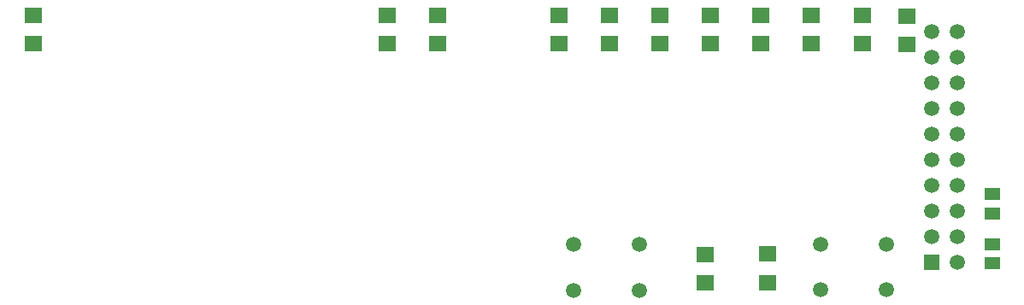
<source format=gtp>
%FSLAX42Y42*%
%MOMM*%
G71*
G01*
G75*
%ADD10C,0.50*%
%ADD11R,1.50X1.30*%
%ADD12R,1.80X1.60*%
%ADD13C,1.50*%
%ADD14R,1.50X1.50*%
%ADD15C,0.40*%
%ADD16C,0.30*%
%ADD17C,1.00*%
%ADD18C,0.25*%
%ADD19R,0.63X1.86*%
%ADD20R,0.25X0.36*%
%ADD21C,0.80*%
%ADD22C,0.20*%
%ADD23C,0.60*%
D11*
X10000Y-2845D02*
D03*
Y-2655D02*
D03*
Y-3340D02*
D03*
Y-3150D02*
D03*
D12*
X6207Y-884D02*
D03*
Y-1164D02*
D03*
X7150Y-3251D02*
D03*
Y-3531D02*
D03*
X7775Y-3530D02*
D03*
X500Y-1164D02*
D03*
Y-884D02*
D03*
X4000Y-1164D02*
D03*
Y-884D02*
D03*
X4500Y-1164D02*
D03*
Y-884D02*
D03*
X5707Y-1164D02*
D03*
Y-884D02*
D03*
X6707Y-1164D02*
D03*
Y-884D02*
D03*
X7207Y-1164D02*
D03*
Y-884D02*
D03*
X7707Y-1164D02*
D03*
Y-884D02*
D03*
X8207Y-1164D02*
D03*
Y-884D02*
D03*
X8707Y-1164D02*
D03*
Y-884D02*
D03*
X9150Y-1175D02*
D03*
Y-895D02*
D03*
X7775Y-3250D02*
D03*
D13*
X6500Y-3607D02*
D03*
X5850D02*
D03*
X6500Y-3157D02*
D03*
X5850D02*
D03*
X8950Y-3150D02*
D03*
X8300D02*
D03*
Y-3600D02*
D03*
X8950D02*
D03*
X9654Y-3328D02*
D03*
X9400Y-2820D02*
D03*
X9654Y-2566D02*
D03*
X9400D02*
D03*
X9654Y-2312D02*
D03*
X9400D02*
D03*
X9654Y-2058D02*
D03*
X9400D02*
D03*
X9654Y-1804D02*
D03*
X9400D02*
D03*
X9654Y-1550D02*
D03*
X9400D02*
D03*
X9654Y-1296D02*
D03*
X9400D02*
D03*
X9654Y-1042D02*
D03*
X9400D02*
D03*
Y-3074D02*
D03*
X9654D02*
D03*
Y-2820D02*
D03*
D14*
X9400Y-3328D02*
D03*
M02*

</source>
